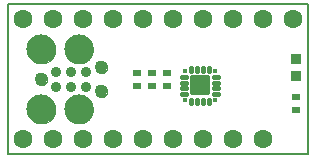
<source format=gts>
G75*
%MOIN*%
%OFA0B0*%
%FSLAX25Y25*%
%IPPOS*%
%LPD*%
%AMOC8*
5,1,8,0,0,1.08239X$1,22.5*
%
%ADD10C,0.00500*%
%ADD11R,0.02762X0.02369*%
%ADD12R,0.03550X0.03550*%
%ADD13C,0.03500*%
%ADD14C,0.00000*%
%ADD15C,0.04300*%
%ADD16C,0.09750*%
%ADD17C,0.01340*%
%ADD18R,0.01739X0.01739*%
%ADD19C,0.01502*%
%ADD20C,0.06306*%
D10*
X0003750Y0001400D02*
X0003750Y0051400D01*
X0103750Y0051400D01*
X0103750Y0001400D01*
X0003750Y0001400D01*
D11*
X0046750Y0024235D03*
X0051750Y0024235D03*
X0056750Y0024235D03*
X0056750Y0028565D03*
X0051750Y0028565D03*
X0046750Y0028565D03*
X0099750Y0020565D03*
X0099750Y0016235D03*
D12*
X0099750Y0027447D03*
X0099750Y0033353D03*
D13*
X0029750Y0028900D03*
X0024750Y0028900D03*
X0019750Y0028900D03*
X0019750Y0023900D03*
X0024750Y0023900D03*
X0029750Y0023900D03*
D14*
X0032800Y0022400D02*
X0032802Y0022488D01*
X0032808Y0022576D01*
X0032818Y0022664D01*
X0032832Y0022751D01*
X0032850Y0022837D01*
X0032871Y0022922D01*
X0032897Y0023007D01*
X0032926Y0023090D01*
X0032959Y0023172D01*
X0032996Y0023252D01*
X0033036Y0023330D01*
X0033080Y0023407D01*
X0033127Y0023481D01*
X0033178Y0023553D01*
X0033231Y0023623D01*
X0033288Y0023691D01*
X0033348Y0023755D01*
X0033411Y0023817D01*
X0033476Y0023876D01*
X0033544Y0023932D01*
X0033615Y0023985D01*
X0033687Y0024035D01*
X0033762Y0024081D01*
X0033839Y0024124D01*
X0033918Y0024164D01*
X0033999Y0024199D01*
X0034081Y0024232D01*
X0034164Y0024260D01*
X0034249Y0024285D01*
X0034335Y0024305D01*
X0034421Y0024322D01*
X0034508Y0024335D01*
X0034596Y0024344D01*
X0034684Y0024349D01*
X0034772Y0024350D01*
X0034860Y0024347D01*
X0034948Y0024340D01*
X0035035Y0024329D01*
X0035122Y0024314D01*
X0035208Y0024295D01*
X0035294Y0024273D01*
X0035378Y0024246D01*
X0035460Y0024216D01*
X0035542Y0024182D01*
X0035622Y0024144D01*
X0035699Y0024103D01*
X0035775Y0024059D01*
X0035849Y0024011D01*
X0035921Y0023959D01*
X0035990Y0023905D01*
X0036057Y0023847D01*
X0036121Y0023787D01*
X0036182Y0023723D01*
X0036241Y0023657D01*
X0036296Y0023589D01*
X0036348Y0023517D01*
X0036397Y0023444D01*
X0036442Y0023369D01*
X0036484Y0023291D01*
X0036523Y0023212D01*
X0036558Y0023131D01*
X0036589Y0023048D01*
X0036616Y0022965D01*
X0036640Y0022880D01*
X0036660Y0022794D01*
X0036676Y0022707D01*
X0036688Y0022620D01*
X0036696Y0022532D01*
X0036700Y0022444D01*
X0036700Y0022356D01*
X0036696Y0022268D01*
X0036688Y0022180D01*
X0036676Y0022093D01*
X0036660Y0022006D01*
X0036640Y0021920D01*
X0036616Y0021835D01*
X0036589Y0021752D01*
X0036558Y0021669D01*
X0036523Y0021588D01*
X0036484Y0021509D01*
X0036442Y0021431D01*
X0036397Y0021356D01*
X0036348Y0021283D01*
X0036296Y0021211D01*
X0036241Y0021143D01*
X0036182Y0021077D01*
X0036121Y0021013D01*
X0036057Y0020953D01*
X0035990Y0020895D01*
X0035921Y0020841D01*
X0035849Y0020789D01*
X0035775Y0020741D01*
X0035699Y0020697D01*
X0035622Y0020656D01*
X0035542Y0020618D01*
X0035460Y0020584D01*
X0035378Y0020554D01*
X0035294Y0020527D01*
X0035208Y0020505D01*
X0035122Y0020486D01*
X0035035Y0020471D01*
X0034948Y0020460D01*
X0034860Y0020453D01*
X0034772Y0020450D01*
X0034684Y0020451D01*
X0034596Y0020456D01*
X0034508Y0020465D01*
X0034421Y0020478D01*
X0034335Y0020495D01*
X0034249Y0020515D01*
X0034164Y0020540D01*
X0034081Y0020568D01*
X0033999Y0020601D01*
X0033918Y0020636D01*
X0033839Y0020676D01*
X0033762Y0020719D01*
X0033687Y0020765D01*
X0033615Y0020815D01*
X0033544Y0020868D01*
X0033476Y0020924D01*
X0033411Y0020983D01*
X0033348Y0021045D01*
X0033288Y0021109D01*
X0033231Y0021177D01*
X0033178Y0021247D01*
X0033127Y0021319D01*
X0033080Y0021393D01*
X0033036Y0021470D01*
X0032996Y0021548D01*
X0032959Y0021628D01*
X0032926Y0021710D01*
X0032897Y0021793D01*
X0032871Y0021878D01*
X0032850Y0021963D01*
X0032832Y0022049D01*
X0032818Y0022136D01*
X0032808Y0022224D01*
X0032802Y0022312D01*
X0032800Y0022400D01*
X0022575Y0016400D02*
X0022577Y0016537D01*
X0022583Y0016673D01*
X0022593Y0016809D01*
X0022607Y0016945D01*
X0022625Y0017081D01*
X0022647Y0017216D01*
X0022672Y0017350D01*
X0022702Y0017483D01*
X0022736Y0017615D01*
X0022773Y0017747D01*
X0022814Y0017877D01*
X0022860Y0018006D01*
X0022908Y0018134D01*
X0022961Y0018260D01*
X0023017Y0018384D01*
X0023077Y0018507D01*
X0023140Y0018628D01*
X0023207Y0018747D01*
X0023277Y0018864D01*
X0023351Y0018980D01*
X0023428Y0019092D01*
X0023508Y0019203D01*
X0023592Y0019311D01*
X0023679Y0019417D01*
X0023768Y0019520D01*
X0023861Y0019620D01*
X0023956Y0019718D01*
X0024055Y0019813D01*
X0024156Y0019905D01*
X0024260Y0019993D01*
X0024366Y0020079D01*
X0024475Y0020162D01*
X0024586Y0020241D01*
X0024699Y0020318D01*
X0024815Y0020391D01*
X0024932Y0020460D01*
X0025052Y0020526D01*
X0025173Y0020588D01*
X0025297Y0020647D01*
X0025422Y0020703D01*
X0025548Y0020754D01*
X0025676Y0020802D01*
X0025805Y0020846D01*
X0025936Y0020887D01*
X0026068Y0020923D01*
X0026200Y0020956D01*
X0026334Y0020984D01*
X0026468Y0021009D01*
X0026603Y0021030D01*
X0026739Y0021047D01*
X0026875Y0021060D01*
X0027011Y0021069D01*
X0027148Y0021074D01*
X0027284Y0021075D01*
X0027421Y0021072D01*
X0027557Y0021065D01*
X0027693Y0021054D01*
X0027829Y0021039D01*
X0027964Y0021020D01*
X0028099Y0020997D01*
X0028233Y0020970D01*
X0028366Y0020940D01*
X0028498Y0020905D01*
X0028630Y0020867D01*
X0028759Y0020825D01*
X0028888Y0020779D01*
X0029015Y0020729D01*
X0029141Y0020675D01*
X0029265Y0020618D01*
X0029388Y0020558D01*
X0029508Y0020493D01*
X0029627Y0020426D01*
X0029743Y0020355D01*
X0029858Y0020280D01*
X0029970Y0020202D01*
X0030080Y0020121D01*
X0030188Y0020037D01*
X0030293Y0019949D01*
X0030395Y0019859D01*
X0030495Y0019766D01*
X0030592Y0019669D01*
X0030686Y0019570D01*
X0030777Y0019469D01*
X0030865Y0019364D01*
X0030950Y0019257D01*
X0031032Y0019148D01*
X0031111Y0019036D01*
X0031186Y0018922D01*
X0031258Y0018806D01*
X0031327Y0018688D01*
X0031392Y0018568D01*
X0031454Y0018446D01*
X0031512Y0018322D01*
X0031566Y0018197D01*
X0031617Y0018070D01*
X0031663Y0017942D01*
X0031707Y0017812D01*
X0031746Y0017681D01*
X0031782Y0017549D01*
X0031813Y0017416D01*
X0031841Y0017283D01*
X0031865Y0017148D01*
X0031885Y0017013D01*
X0031901Y0016877D01*
X0031913Y0016741D01*
X0031921Y0016605D01*
X0031925Y0016468D01*
X0031925Y0016332D01*
X0031921Y0016195D01*
X0031913Y0016059D01*
X0031901Y0015923D01*
X0031885Y0015787D01*
X0031865Y0015652D01*
X0031841Y0015517D01*
X0031813Y0015384D01*
X0031782Y0015251D01*
X0031746Y0015119D01*
X0031707Y0014988D01*
X0031663Y0014858D01*
X0031617Y0014730D01*
X0031566Y0014603D01*
X0031512Y0014478D01*
X0031454Y0014354D01*
X0031392Y0014232D01*
X0031327Y0014112D01*
X0031258Y0013994D01*
X0031186Y0013878D01*
X0031111Y0013764D01*
X0031032Y0013652D01*
X0030950Y0013543D01*
X0030865Y0013436D01*
X0030777Y0013331D01*
X0030686Y0013230D01*
X0030592Y0013131D01*
X0030495Y0013034D01*
X0030395Y0012941D01*
X0030293Y0012851D01*
X0030188Y0012763D01*
X0030080Y0012679D01*
X0029970Y0012598D01*
X0029858Y0012520D01*
X0029743Y0012445D01*
X0029627Y0012374D01*
X0029508Y0012307D01*
X0029388Y0012242D01*
X0029265Y0012182D01*
X0029141Y0012125D01*
X0029015Y0012071D01*
X0028888Y0012021D01*
X0028759Y0011975D01*
X0028630Y0011933D01*
X0028498Y0011895D01*
X0028366Y0011860D01*
X0028233Y0011830D01*
X0028099Y0011803D01*
X0027964Y0011780D01*
X0027829Y0011761D01*
X0027693Y0011746D01*
X0027557Y0011735D01*
X0027421Y0011728D01*
X0027284Y0011725D01*
X0027148Y0011726D01*
X0027011Y0011731D01*
X0026875Y0011740D01*
X0026739Y0011753D01*
X0026603Y0011770D01*
X0026468Y0011791D01*
X0026334Y0011816D01*
X0026200Y0011844D01*
X0026068Y0011877D01*
X0025936Y0011913D01*
X0025805Y0011954D01*
X0025676Y0011998D01*
X0025548Y0012046D01*
X0025422Y0012097D01*
X0025297Y0012153D01*
X0025173Y0012212D01*
X0025052Y0012274D01*
X0024932Y0012340D01*
X0024815Y0012409D01*
X0024699Y0012482D01*
X0024586Y0012559D01*
X0024475Y0012638D01*
X0024366Y0012721D01*
X0024260Y0012807D01*
X0024156Y0012895D01*
X0024055Y0012987D01*
X0023956Y0013082D01*
X0023861Y0013180D01*
X0023768Y0013280D01*
X0023679Y0013383D01*
X0023592Y0013489D01*
X0023508Y0013597D01*
X0023428Y0013708D01*
X0023351Y0013820D01*
X0023277Y0013936D01*
X0023207Y0014053D01*
X0023140Y0014172D01*
X0023077Y0014293D01*
X0023017Y0014416D01*
X0022961Y0014540D01*
X0022908Y0014666D01*
X0022860Y0014794D01*
X0022814Y0014923D01*
X0022773Y0015053D01*
X0022736Y0015185D01*
X0022702Y0015317D01*
X0022672Y0015450D01*
X0022647Y0015584D01*
X0022625Y0015719D01*
X0022607Y0015855D01*
X0022593Y0015991D01*
X0022583Y0016127D01*
X0022577Y0016263D01*
X0022575Y0016400D01*
X0010075Y0016400D02*
X0010077Y0016537D01*
X0010083Y0016673D01*
X0010093Y0016809D01*
X0010107Y0016945D01*
X0010125Y0017081D01*
X0010147Y0017216D01*
X0010172Y0017350D01*
X0010202Y0017483D01*
X0010236Y0017615D01*
X0010273Y0017747D01*
X0010314Y0017877D01*
X0010360Y0018006D01*
X0010408Y0018134D01*
X0010461Y0018260D01*
X0010517Y0018384D01*
X0010577Y0018507D01*
X0010640Y0018628D01*
X0010707Y0018747D01*
X0010777Y0018864D01*
X0010851Y0018980D01*
X0010928Y0019092D01*
X0011008Y0019203D01*
X0011092Y0019311D01*
X0011179Y0019417D01*
X0011268Y0019520D01*
X0011361Y0019620D01*
X0011456Y0019718D01*
X0011555Y0019813D01*
X0011656Y0019905D01*
X0011760Y0019993D01*
X0011866Y0020079D01*
X0011975Y0020162D01*
X0012086Y0020241D01*
X0012199Y0020318D01*
X0012315Y0020391D01*
X0012432Y0020460D01*
X0012552Y0020526D01*
X0012673Y0020588D01*
X0012797Y0020647D01*
X0012922Y0020703D01*
X0013048Y0020754D01*
X0013176Y0020802D01*
X0013305Y0020846D01*
X0013436Y0020887D01*
X0013568Y0020923D01*
X0013700Y0020956D01*
X0013834Y0020984D01*
X0013968Y0021009D01*
X0014103Y0021030D01*
X0014239Y0021047D01*
X0014375Y0021060D01*
X0014511Y0021069D01*
X0014648Y0021074D01*
X0014784Y0021075D01*
X0014921Y0021072D01*
X0015057Y0021065D01*
X0015193Y0021054D01*
X0015329Y0021039D01*
X0015464Y0021020D01*
X0015599Y0020997D01*
X0015733Y0020970D01*
X0015866Y0020940D01*
X0015998Y0020905D01*
X0016130Y0020867D01*
X0016259Y0020825D01*
X0016388Y0020779D01*
X0016515Y0020729D01*
X0016641Y0020675D01*
X0016765Y0020618D01*
X0016888Y0020558D01*
X0017008Y0020493D01*
X0017127Y0020426D01*
X0017243Y0020355D01*
X0017358Y0020280D01*
X0017470Y0020202D01*
X0017580Y0020121D01*
X0017688Y0020037D01*
X0017793Y0019949D01*
X0017895Y0019859D01*
X0017995Y0019766D01*
X0018092Y0019669D01*
X0018186Y0019570D01*
X0018277Y0019469D01*
X0018365Y0019364D01*
X0018450Y0019257D01*
X0018532Y0019148D01*
X0018611Y0019036D01*
X0018686Y0018922D01*
X0018758Y0018806D01*
X0018827Y0018688D01*
X0018892Y0018568D01*
X0018954Y0018446D01*
X0019012Y0018322D01*
X0019066Y0018197D01*
X0019117Y0018070D01*
X0019163Y0017942D01*
X0019207Y0017812D01*
X0019246Y0017681D01*
X0019282Y0017549D01*
X0019313Y0017416D01*
X0019341Y0017283D01*
X0019365Y0017148D01*
X0019385Y0017013D01*
X0019401Y0016877D01*
X0019413Y0016741D01*
X0019421Y0016605D01*
X0019425Y0016468D01*
X0019425Y0016332D01*
X0019421Y0016195D01*
X0019413Y0016059D01*
X0019401Y0015923D01*
X0019385Y0015787D01*
X0019365Y0015652D01*
X0019341Y0015517D01*
X0019313Y0015384D01*
X0019282Y0015251D01*
X0019246Y0015119D01*
X0019207Y0014988D01*
X0019163Y0014858D01*
X0019117Y0014730D01*
X0019066Y0014603D01*
X0019012Y0014478D01*
X0018954Y0014354D01*
X0018892Y0014232D01*
X0018827Y0014112D01*
X0018758Y0013994D01*
X0018686Y0013878D01*
X0018611Y0013764D01*
X0018532Y0013652D01*
X0018450Y0013543D01*
X0018365Y0013436D01*
X0018277Y0013331D01*
X0018186Y0013230D01*
X0018092Y0013131D01*
X0017995Y0013034D01*
X0017895Y0012941D01*
X0017793Y0012851D01*
X0017688Y0012763D01*
X0017580Y0012679D01*
X0017470Y0012598D01*
X0017358Y0012520D01*
X0017243Y0012445D01*
X0017127Y0012374D01*
X0017008Y0012307D01*
X0016888Y0012242D01*
X0016765Y0012182D01*
X0016641Y0012125D01*
X0016515Y0012071D01*
X0016388Y0012021D01*
X0016259Y0011975D01*
X0016130Y0011933D01*
X0015998Y0011895D01*
X0015866Y0011860D01*
X0015733Y0011830D01*
X0015599Y0011803D01*
X0015464Y0011780D01*
X0015329Y0011761D01*
X0015193Y0011746D01*
X0015057Y0011735D01*
X0014921Y0011728D01*
X0014784Y0011725D01*
X0014648Y0011726D01*
X0014511Y0011731D01*
X0014375Y0011740D01*
X0014239Y0011753D01*
X0014103Y0011770D01*
X0013968Y0011791D01*
X0013834Y0011816D01*
X0013700Y0011844D01*
X0013568Y0011877D01*
X0013436Y0011913D01*
X0013305Y0011954D01*
X0013176Y0011998D01*
X0013048Y0012046D01*
X0012922Y0012097D01*
X0012797Y0012153D01*
X0012673Y0012212D01*
X0012552Y0012274D01*
X0012432Y0012340D01*
X0012315Y0012409D01*
X0012199Y0012482D01*
X0012086Y0012559D01*
X0011975Y0012638D01*
X0011866Y0012721D01*
X0011760Y0012807D01*
X0011656Y0012895D01*
X0011555Y0012987D01*
X0011456Y0013082D01*
X0011361Y0013180D01*
X0011268Y0013280D01*
X0011179Y0013383D01*
X0011092Y0013489D01*
X0011008Y0013597D01*
X0010928Y0013708D01*
X0010851Y0013820D01*
X0010777Y0013936D01*
X0010707Y0014053D01*
X0010640Y0014172D01*
X0010577Y0014293D01*
X0010517Y0014416D01*
X0010461Y0014540D01*
X0010408Y0014666D01*
X0010360Y0014794D01*
X0010314Y0014923D01*
X0010273Y0015053D01*
X0010236Y0015185D01*
X0010202Y0015317D01*
X0010172Y0015450D01*
X0010147Y0015584D01*
X0010125Y0015719D01*
X0010107Y0015855D01*
X0010093Y0015991D01*
X0010083Y0016127D01*
X0010077Y0016263D01*
X0010075Y0016400D01*
X0012800Y0026400D02*
X0012802Y0026488D01*
X0012808Y0026576D01*
X0012818Y0026664D01*
X0012832Y0026751D01*
X0012850Y0026837D01*
X0012871Y0026922D01*
X0012897Y0027007D01*
X0012926Y0027090D01*
X0012959Y0027172D01*
X0012996Y0027252D01*
X0013036Y0027330D01*
X0013080Y0027407D01*
X0013127Y0027481D01*
X0013178Y0027553D01*
X0013231Y0027623D01*
X0013288Y0027691D01*
X0013348Y0027755D01*
X0013411Y0027817D01*
X0013476Y0027876D01*
X0013544Y0027932D01*
X0013615Y0027985D01*
X0013687Y0028035D01*
X0013762Y0028081D01*
X0013839Y0028124D01*
X0013918Y0028164D01*
X0013999Y0028199D01*
X0014081Y0028232D01*
X0014164Y0028260D01*
X0014249Y0028285D01*
X0014335Y0028305D01*
X0014421Y0028322D01*
X0014508Y0028335D01*
X0014596Y0028344D01*
X0014684Y0028349D01*
X0014772Y0028350D01*
X0014860Y0028347D01*
X0014948Y0028340D01*
X0015035Y0028329D01*
X0015122Y0028314D01*
X0015208Y0028295D01*
X0015294Y0028273D01*
X0015378Y0028246D01*
X0015460Y0028216D01*
X0015542Y0028182D01*
X0015622Y0028144D01*
X0015699Y0028103D01*
X0015775Y0028059D01*
X0015849Y0028011D01*
X0015921Y0027959D01*
X0015990Y0027905D01*
X0016057Y0027847D01*
X0016121Y0027787D01*
X0016182Y0027723D01*
X0016241Y0027657D01*
X0016296Y0027589D01*
X0016348Y0027517D01*
X0016397Y0027444D01*
X0016442Y0027369D01*
X0016484Y0027291D01*
X0016523Y0027212D01*
X0016558Y0027131D01*
X0016589Y0027048D01*
X0016616Y0026965D01*
X0016640Y0026880D01*
X0016660Y0026794D01*
X0016676Y0026707D01*
X0016688Y0026620D01*
X0016696Y0026532D01*
X0016700Y0026444D01*
X0016700Y0026356D01*
X0016696Y0026268D01*
X0016688Y0026180D01*
X0016676Y0026093D01*
X0016660Y0026006D01*
X0016640Y0025920D01*
X0016616Y0025835D01*
X0016589Y0025752D01*
X0016558Y0025669D01*
X0016523Y0025588D01*
X0016484Y0025509D01*
X0016442Y0025431D01*
X0016397Y0025356D01*
X0016348Y0025283D01*
X0016296Y0025211D01*
X0016241Y0025143D01*
X0016182Y0025077D01*
X0016121Y0025013D01*
X0016057Y0024953D01*
X0015990Y0024895D01*
X0015921Y0024841D01*
X0015849Y0024789D01*
X0015775Y0024741D01*
X0015699Y0024697D01*
X0015622Y0024656D01*
X0015542Y0024618D01*
X0015460Y0024584D01*
X0015378Y0024554D01*
X0015294Y0024527D01*
X0015208Y0024505D01*
X0015122Y0024486D01*
X0015035Y0024471D01*
X0014948Y0024460D01*
X0014860Y0024453D01*
X0014772Y0024450D01*
X0014684Y0024451D01*
X0014596Y0024456D01*
X0014508Y0024465D01*
X0014421Y0024478D01*
X0014335Y0024495D01*
X0014249Y0024515D01*
X0014164Y0024540D01*
X0014081Y0024568D01*
X0013999Y0024601D01*
X0013918Y0024636D01*
X0013839Y0024676D01*
X0013762Y0024719D01*
X0013687Y0024765D01*
X0013615Y0024815D01*
X0013544Y0024868D01*
X0013476Y0024924D01*
X0013411Y0024983D01*
X0013348Y0025045D01*
X0013288Y0025109D01*
X0013231Y0025177D01*
X0013178Y0025247D01*
X0013127Y0025319D01*
X0013080Y0025393D01*
X0013036Y0025470D01*
X0012996Y0025548D01*
X0012959Y0025628D01*
X0012926Y0025710D01*
X0012897Y0025793D01*
X0012871Y0025878D01*
X0012850Y0025963D01*
X0012832Y0026049D01*
X0012818Y0026136D01*
X0012808Y0026224D01*
X0012802Y0026312D01*
X0012800Y0026400D01*
X0010075Y0036400D02*
X0010077Y0036537D01*
X0010083Y0036673D01*
X0010093Y0036809D01*
X0010107Y0036945D01*
X0010125Y0037081D01*
X0010147Y0037216D01*
X0010172Y0037350D01*
X0010202Y0037483D01*
X0010236Y0037615D01*
X0010273Y0037747D01*
X0010314Y0037877D01*
X0010360Y0038006D01*
X0010408Y0038134D01*
X0010461Y0038260D01*
X0010517Y0038384D01*
X0010577Y0038507D01*
X0010640Y0038628D01*
X0010707Y0038747D01*
X0010777Y0038864D01*
X0010851Y0038980D01*
X0010928Y0039092D01*
X0011008Y0039203D01*
X0011092Y0039311D01*
X0011179Y0039417D01*
X0011268Y0039520D01*
X0011361Y0039620D01*
X0011456Y0039718D01*
X0011555Y0039813D01*
X0011656Y0039905D01*
X0011760Y0039993D01*
X0011866Y0040079D01*
X0011975Y0040162D01*
X0012086Y0040241D01*
X0012199Y0040318D01*
X0012315Y0040391D01*
X0012432Y0040460D01*
X0012552Y0040526D01*
X0012673Y0040588D01*
X0012797Y0040647D01*
X0012922Y0040703D01*
X0013048Y0040754D01*
X0013176Y0040802D01*
X0013305Y0040846D01*
X0013436Y0040887D01*
X0013568Y0040923D01*
X0013700Y0040956D01*
X0013834Y0040984D01*
X0013968Y0041009D01*
X0014103Y0041030D01*
X0014239Y0041047D01*
X0014375Y0041060D01*
X0014511Y0041069D01*
X0014648Y0041074D01*
X0014784Y0041075D01*
X0014921Y0041072D01*
X0015057Y0041065D01*
X0015193Y0041054D01*
X0015329Y0041039D01*
X0015464Y0041020D01*
X0015599Y0040997D01*
X0015733Y0040970D01*
X0015866Y0040940D01*
X0015998Y0040905D01*
X0016130Y0040867D01*
X0016259Y0040825D01*
X0016388Y0040779D01*
X0016515Y0040729D01*
X0016641Y0040675D01*
X0016765Y0040618D01*
X0016888Y0040558D01*
X0017008Y0040493D01*
X0017127Y0040426D01*
X0017243Y0040355D01*
X0017358Y0040280D01*
X0017470Y0040202D01*
X0017580Y0040121D01*
X0017688Y0040037D01*
X0017793Y0039949D01*
X0017895Y0039859D01*
X0017995Y0039766D01*
X0018092Y0039669D01*
X0018186Y0039570D01*
X0018277Y0039469D01*
X0018365Y0039364D01*
X0018450Y0039257D01*
X0018532Y0039148D01*
X0018611Y0039036D01*
X0018686Y0038922D01*
X0018758Y0038806D01*
X0018827Y0038688D01*
X0018892Y0038568D01*
X0018954Y0038446D01*
X0019012Y0038322D01*
X0019066Y0038197D01*
X0019117Y0038070D01*
X0019163Y0037942D01*
X0019207Y0037812D01*
X0019246Y0037681D01*
X0019282Y0037549D01*
X0019313Y0037416D01*
X0019341Y0037283D01*
X0019365Y0037148D01*
X0019385Y0037013D01*
X0019401Y0036877D01*
X0019413Y0036741D01*
X0019421Y0036605D01*
X0019425Y0036468D01*
X0019425Y0036332D01*
X0019421Y0036195D01*
X0019413Y0036059D01*
X0019401Y0035923D01*
X0019385Y0035787D01*
X0019365Y0035652D01*
X0019341Y0035517D01*
X0019313Y0035384D01*
X0019282Y0035251D01*
X0019246Y0035119D01*
X0019207Y0034988D01*
X0019163Y0034858D01*
X0019117Y0034730D01*
X0019066Y0034603D01*
X0019012Y0034478D01*
X0018954Y0034354D01*
X0018892Y0034232D01*
X0018827Y0034112D01*
X0018758Y0033994D01*
X0018686Y0033878D01*
X0018611Y0033764D01*
X0018532Y0033652D01*
X0018450Y0033543D01*
X0018365Y0033436D01*
X0018277Y0033331D01*
X0018186Y0033230D01*
X0018092Y0033131D01*
X0017995Y0033034D01*
X0017895Y0032941D01*
X0017793Y0032851D01*
X0017688Y0032763D01*
X0017580Y0032679D01*
X0017470Y0032598D01*
X0017358Y0032520D01*
X0017243Y0032445D01*
X0017127Y0032374D01*
X0017008Y0032307D01*
X0016888Y0032242D01*
X0016765Y0032182D01*
X0016641Y0032125D01*
X0016515Y0032071D01*
X0016388Y0032021D01*
X0016259Y0031975D01*
X0016130Y0031933D01*
X0015998Y0031895D01*
X0015866Y0031860D01*
X0015733Y0031830D01*
X0015599Y0031803D01*
X0015464Y0031780D01*
X0015329Y0031761D01*
X0015193Y0031746D01*
X0015057Y0031735D01*
X0014921Y0031728D01*
X0014784Y0031725D01*
X0014648Y0031726D01*
X0014511Y0031731D01*
X0014375Y0031740D01*
X0014239Y0031753D01*
X0014103Y0031770D01*
X0013968Y0031791D01*
X0013834Y0031816D01*
X0013700Y0031844D01*
X0013568Y0031877D01*
X0013436Y0031913D01*
X0013305Y0031954D01*
X0013176Y0031998D01*
X0013048Y0032046D01*
X0012922Y0032097D01*
X0012797Y0032153D01*
X0012673Y0032212D01*
X0012552Y0032274D01*
X0012432Y0032340D01*
X0012315Y0032409D01*
X0012199Y0032482D01*
X0012086Y0032559D01*
X0011975Y0032638D01*
X0011866Y0032721D01*
X0011760Y0032807D01*
X0011656Y0032895D01*
X0011555Y0032987D01*
X0011456Y0033082D01*
X0011361Y0033180D01*
X0011268Y0033280D01*
X0011179Y0033383D01*
X0011092Y0033489D01*
X0011008Y0033597D01*
X0010928Y0033708D01*
X0010851Y0033820D01*
X0010777Y0033936D01*
X0010707Y0034053D01*
X0010640Y0034172D01*
X0010577Y0034293D01*
X0010517Y0034416D01*
X0010461Y0034540D01*
X0010408Y0034666D01*
X0010360Y0034794D01*
X0010314Y0034923D01*
X0010273Y0035053D01*
X0010236Y0035185D01*
X0010202Y0035317D01*
X0010172Y0035450D01*
X0010147Y0035584D01*
X0010125Y0035719D01*
X0010107Y0035855D01*
X0010093Y0035991D01*
X0010083Y0036127D01*
X0010077Y0036263D01*
X0010075Y0036400D01*
X0022575Y0036400D02*
X0022577Y0036537D01*
X0022583Y0036673D01*
X0022593Y0036809D01*
X0022607Y0036945D01*
X0022625Y0037081D01*
X0022647Y0037216D01*
X0022672Y0037350D01*
X0022702Y0037483D01*
X0022736Y0037615D01*
X0022773Y0037747D01*
X0022814Y0037877D01*
X0022860Y0038006D01*
X0022908Y0038134D01*
X0022961Y0038260D01*
X0023017Y0038384D01*
X0023077Y0038507D01*
X0023140Y0038628D01*
X0023207Y0038747D01*
X0023277Y0038864D01*
X0023351Y0038980D01*
X0023428Y0039092D01*
X0023508Y0039203D01*
X0023592Y0039311D01*
X0023679Y0039417D01*
X0023768Y0039520D01*
X0023861Y0039620D01*
X0023956Y0039718D01*
X0024055Y0039813D01*
X0024156Y0039905D01*
X0024260Y0039993D01*
X0024366Y0040079D01*
X0024475Y0040162D01*
X0024586Y0040241D01*
X0024699Y0040318D01*
X0024815Y0040391D01*
X0024932Y0040460D01*
X0025052Y0040526D01*
X0025173Y0040588D01*
X0025297Y0040647D01*
X0025422Y0040703D01*
X0025548Y0040754D01*
X0025676Y0040802D01*
X0025805Y0040846D01*
X0025936Y0040887D01*
X0026068Y0040923D01*
X0026200Y0040956D01*
X0026334Y0040984D01*
X0026468Y0041009D01*
X0026603Y0041030D01*
X0026739Y0041047D01*
X0026875Y0041060D01*
X0027011Y0041069D01*
X0027148Y0041074D01*
X0027284Y0041075D01*
X0027421Y0041072D01*
X0027557Y0041065D01*
X0027693Y0041054D01*
X0027829Y0041039D01*
X0027964Y0041020D01*
X0028099Y0040997D01*
X0028233Y0040970D01*
X0028366Y0040940D01*
X0028498Y0040905D01*
X0028630Y0040867D01*
X0028759Y0040825D01*
X0028888Y0040779D01*
X0029015Y0040729D01*
X0029141Y0040675D01*
X0029265Y0040618D01*
X0029388Y0040558D01*
X0029508Y0040493D01*
X0029627Y0040426D01*
X0029743Y0040355D01*
X0029858Y0040280D01*
X0029970Y0040202D01*
X0030080Y0040121D01*
X0030188Y0040037D01*
X0030293Y0039949D01*
X0030395Y0039859D01*
X0030495Y0039766D01*
X0030592Y0039669D01*
X0030686Y0039570D01*
X0030777Y0039469D01*
X0030865Y0039364D01*
X0030950Y0039257D01*
X0031032Y0039148D01*
X0031111Y0039036D01*
X0031186Y0038922D01*
X0031258Y0038806D01*
X0031327Y0038688D01*
X0031392Y0038568D01*
X0031454Y0038446D01*
X0031512Y0038322D01*
X0031566Y0038197D01*
X0031617Y0038070D01*
X0031663Y0037942D01*
X0031707Y0037812D01*
X0031746Y0037681D01*
X0031782Y0037549D01*
X0031813Y0037416D01*
X0031841Y0037283D01*
X0031865Y0037148D01*
X0031885Y0037013D01*
X0031901Y0036877D01*
X0031913Y0036741D01*
X0031921Y0036605D01*
X0031925Y0036468D01*
X0031925Y0036332D01*
X0031921Y0036195D01*
X0031913Y0036059D01*
X0031901Y0035923D01*
X0031885Y0035787D01*
X0031865Y0035652D01*
X0031841Y0035517D01*
X0031813Y0035384D01*
X0031782Y0035251D01*
X0031746Y0035119D01*
X0031707Y0034988D01*
X0031663Y0034858D01*
X0031617Y0034730D01*
X0031566Y0034603D01*
X0031512Y0034478D01*
X0031454Y0034354D01*
X0031392Y0034232D01*
X0031327Y0034112D01*
X0031258Y0033994D01*
X0031186Y0033878D01*
X0031111Y0033764D01*
X0031032Y0033652D01*
X0030950Y0033543D01*
X0030865Y0033436D01*
X0030777Y0033331D01*
X0030686Y0033230D01*
X0030592Y0033131D01*
X0030495Y0033034D01*
X0030395Y0032941D01*
X0030293Y0032851D01*
X0030188Y0032763D01*
X0030080Y0032679D01*
X0029970Y0032598D01*
X0029858Y0032520D01*
X0029743Y0032445D01*
X0029627Y0032374D01*
X0029508Y0032307D01*
X0029388Y0032242D01*
X0029265Y0032182D01*
X0029141Y0032125D01*
X0029015Y0032071D01*
X0028888Y0032021D01*
X0028759Y0031975D01*
X0028630Y0031933D01*
X0028498Y0031895D01*
X0028366Y0031860D01*
X0028233Y0031830D01*
X0028099Y0031803D01*
X0027964Y0031780D01*
X0027829Y0031761D01*
X0027693Y0031746D01*
X0027557Y0031735D01*
X0027421Y0031728D01*
X0027284Y0031725D01*
X0027148Y0031726D01*
X0027011Y0031731D01*
X0026875Y0031740D01*
X0026739Y0031753D01*
X0026603Y0031770D01*
X0026468Y0031791D01*
X0026334Y0031816D01*
X0026200Y0031844D01*
X0026068Y0031877D01*
X0025936Y0031913D01*
X0025805Y0031954D01*
X0025676Y0031998D01*
X0025548Y0032046D01*
X0025422Y0032097D01*
X0025297Y0032153D01*
X0025173Y0032212D01*
X0025052Y0032274D01*
X0024932Y0032340D01*
X0024815Y0032409D01*
X0024699Y0032482D01*
X0024586Y0032559D01*
X0024475Y0032638D01*
X0024366Y0032721D01*
X0024260Y0032807D01*
X0024156Y0032895D01*
X0024055Y0032987D01*
X0023956Y0033082D01*
X0023861Y0033180D01*
X0023768Y0033280D01*
X0023679Y0033383D01*
X0023592Y0033489D01*
X0023508Y0033597D01*
X0023428Y0033708D01*
X0023351Y0033820D01*
X0023277Y0033936D01*
X0023207Y0034053D01*
X0023140Y0034172D01*
X0023077Y0034293D01*
X0023017Y0034416D01*
X0022961Y0034540D01*
X0022908Y0034666D01*
X0022860Y0034794D01*
X0022814Y0034923D01*
X0022773Y0035053D01*
X0022736Y0035185D01*
X0022702Y0035317D01*
X0022672Y0035450D01*
X0022647Y0035584D01*
X0022625Y0035719D01*
X0022607Y0035855D01*
X0022593Y0035991D01*
X0022583Y0036127D01*
X0022577Y0036263D01*
X0022575Y0036400D01*
X0032800Y0030400D02*
X0032802Y0030488D01*
X0032808Y0030576D01*
X0032818Y0030664D01*
X0032832Y0030751D01*
X0032850Y0030837D01*
X0032871Y0030922D01*
X0032897Y0031007D01*
X0032926Y0031090D01*
X0032959Y0031172D01*
X0032996Y0031252D01*
X0033036Y0031330D01*
X0033080Y0031407D01*
X0033127Y0031481D01*
X0033178Y0031553D01*
X0033231Y0031623D01*
X0033288Y0031691D01*
X0033348Y0031755D01*
X0033411Y0031817D01*
X0033476Y0031876D01*
X0033544Y0031932D01*
X0033615Y0031985D01*
X0033687Y0032035D01*
X0033762Y0032081D01*
X0033839Y0032124D01*
X0033918Y0032164D01*
X0033999Y0032199D01*
X0034081Y0032232D01*
X0034164Y0032260D01*
X0034249Y0032285D01*
X0034335Y0032305D01*
X0034421Y0032322D01*
X0034508Y0032335D01*
X0034596Y0032344D01*
X0034684Y0032349D01*
X0034772Y0032350D01*
X0034860Y0032347D01*
X0034948Y0032340D01*
X0035035Y0032329D01*
X0035122Y0032314D01*
X0035208Y0032295D01*
X0035294Y0032273D01*
X0035378Y0032246D01*
X0035460Y0032216D01*
X0035542Y0032182D01*
X0035622Y0032144D01*
X0035699Y0032103D01*
X0035775Y0032059D01*
X0035849Y0032011D01*
X0035921Y0031959D01*
X0035990Y0031905D01*
X0036057Y0031847D01*
X0036121Y0031787D01*
X0036182Y0031723D01*
X0036241Y0031657D01*
X0036296Y0031589D01*
X0036348Y0031517D01*
X0036397Y0031444D01*
X0036442Y0031369D01*
X0036484Y0031291D01*
X0036523Y0031212D01*
X0036558Y0031131D01*
X0036589Y0031048D01*
X0036616Y0030965D01*
X0036640Y0030880D01*
X0036660Y0030794D01*
X0036676Y0030707D01*
X0036688Y0030620D01*
X0036696Y0030532D01*
X0036700Y0030444D01*
X0036700Y0030356D01*
X0036696Y0030268D01*
X0036688Y0030180D01*
X0036676Y0030093D01*
X0036660Y0030006D01*
X0036640Y0029920D01*
X0036616Y0029835D01*
X0036589Y0029752D01*
X0036558Y0029669D01*
X0036523Y0029588D01*
X0036484Y0029509D01*
X0036442Y0029431D01*
X0036397Y0029356D01*
X0036348Y0029283D01*
X0036296Y0029211D01*
X0036241Y0029143D01*
X0036182Y0029077D01*
X0036121Y0029013D01*
X0036057Y0028953D01*
X0035990Y0028895D01*
X0035921Y0028841D01*
X0035849Y0028789D01*
X0035775Y0028741D01*
X0035699Y0028697D01*
X0035622Y0028656D01*
X0035542Y0028618D01*
X0035460Y0028584D01*
X0035378Y0028554D01*
X0035294Y0028527D01*
X0035208Y0028505D01*
X0035122Y0028486D01*
X0035035Y0028471D01*
X0034948Y0028460D01*
X0034860Y0028453D01*
X0034772Y0028450D01*
X0034684Y0028451D01*
X0034596Y0028456D01*
X0034508Y0028465D01*
X0034421Y0028478D01*
X0034335Y0028495D01*
X0034249Y0028515D01*
X0034164Y0028540D01*
X0034081Y0028568D01*
X0033999Y0028601D01*
X0033918Y0028636D01*
X0033839Y0028676D01*
X0033762Y0028719D01*
X0033687Y0028765D01*
X0033615Y0028815D01*
X0033544Y0028868D01*
X0033476Y0028924D01*
X0033411Y0028983D01*
X0033348Y0029045D01*
X0033288Y0029109D01*
X0033231Y0029177D01*
X0033178Y0029247D01*
X0033127Y0029319D01*
X0033080Y0029393D01*
X0033036Y0029470D01*
X0032996Y0029548D01*
X0032959Y0029628D01*
X0032926Y0029710D01*
X0032897Y0029793D01*
X0032871Y0029878D01*
X0032850Y0029963D01*
X0032832Y0030049D01*
X0032818Y0030136D01*
X0032808Y0030224D01*
X0032802Y0030312D01*
X0032800Y0030400D01*
D15*
X0034750Y0030400D03*
X0034750Y0022400D03*
X0014750Y0026400D03*
D16*
X0014750Y0036400D03*
X0027250Y0036400D03*
X0027250Y0016400D03*
X0014750Y0016400D03*
D17*
X0065071Y0021721D02*
X0070429Y0021721D01*
X0065071Y0021721D02*
X0065071Y0027079D01*
X0070429Y0027079D01*
X0070429Y0021721D01*
X0070429Y0023060D02*
X0065071Y0023060D01*
X0065071Y0024399D02*
X0070429Y0024399D01*
X0070429Y0025738D02*
X0065071Y0025738D01*
X0065071Y0027077D02*
X0070429Y0027077D01*
D18*
X0072730Y0029380D03*
X0062770Y0029380D03*
X0062770Y0019420D03*
X0072730Y0019420D03*
D19*
X0070703Y0019715D02*
X0070703Y0018415D01*
X0068734Y0018415D02*
X0068734Y0019715D01*
X0066766Y0019715D02*
X0066766Y0018415D01*
X0064797Y0018415D02*
X0064797Y0019715D01*
X0063065Y0021447D02*
X0061765Y0021447D01*
X0061765Y0023416D02*
X0063065Y0023416D01*
X0063065Y0025384D02*
X0061765Y0025384D01*
X0061765Y0027353D02*
X0063065Y0027353D01*
X0064797Y0029085D02*
X0064797Y0030385D01*
X0066766Y0030385D02*
X0066766Y0029085D01*
X0068734Y0029085D02*
X0068734Y0030385D01*
X0070703Y0030385D02*
X0070703Y0029085D01*
X0072435Y0027353D02*
X0073735Y0027353D01*
X0073735Y0025384D02*
X0072435Y0025384D01*
X0072435Y0023416D02*
X0073735Y0023416D01*
X0073735Y0021447D02*
X0072435Y0021447D01*
D20*
X0068750Y0006400D03*
X0078750Y0006400D03*
X0088750Y0006400D03*
X0058750Y0006400D03*
X0048750Y0006400D03*
X0038750Y0006400D03*
X0028750Y0006400D03*
X0018750Y0006400D03*
X0008750Y0006400D03*
X0008750Y0046400D03*
X0018750Y0046400D03*
X0028750Y0046400D03*
X0038750Y0046400D03*
X0048750Y0046400D03*
X0058750Y0046400D03*
X0068750Y0046400D03*
X0078750Y0046400D03*
X0088750Y0046400D03*
X0098750Y0046400D03*
M02*

</source>
